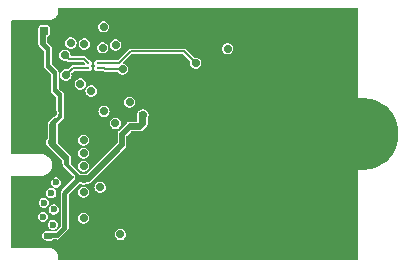
<source format=gbr>
G04 #@! TF.GenerationSoftware,KiCad,Pcbnew,7.0.2-1.fc38*
G04 #@! TF.CreationDate,2023-05-11T21:02:33-04:00*
G04 #@! TF.ProjectId,m2-sd-card,6d322d73-642d-4636-9172-642e6b696361,v0.5.0*
G04 #@! TF.SameCoordinates,PX71581d0PY6410748*
G04 #@! TF.FileFunction,Copper,L2,Inr*
G04 #@! TF.FilePolarity,Positive*
%FSLAX46Y46*%
G04 Gerber Fmt 4.6, Leading zero omitted, Abs format (unit mm)*
G04 Created by KiCad (PCBNEW 7.0.2-1.fc38) date 2023-05-11 21:02:33*
%MOMM*%
%LPD*%
G01*
G04 APERTURE LIST*
G04 #@! TA.AperFunction,ComponentPad*
%ADD10C,6.150000*%
G04 #@! TD*
G04 #@! TA.AperFunction,ViaPad*
%ADD11C,0.700000*%
G04 #@! TD*
G04 #@! TA.AperFunction,ViaPad*
%ADD12C,0.600000*%
G04 #@! TD*
G04 #@! TA.AperFunction,ViaPad*
%ADD13C,0.221000*%
G04 #@! TD*
G04 #@! TA.AperFunction,Conductor*
%ADD14C,0.203321*%
G04 #@! TD*
G04 APERTURE END LIST*
D10*
X30000000Y9925000D03*
D11*
X11478076Y11530967D03*
X3738533Y9224369D03*
D12*
X3380600Y1327027D03*
D11*
X6450000Y6100000D03*
X3070000Y18675000D03*
X6450000Y3900000D03*
X6450000Y10950000D03*
X4015172Y674666D03*
X15550000Y19025000D03*
D13*
X7250000Y15925000D03*
D11*
X3850000Y11725000D03*
X13850000Y16025000D03*
X12350000Y20125000D03*
X7173340Y19675131D03*
X10619000Y14230436D03*
X14550000Y19025000D03*
X13850000Y15025000D03*
X4950000Y20175270D03*
D13*
X7250000Y15525000D03*
D12*
X2991924Y13031807D03*
D11*
X4750000Y13925000D03*
X14550000Y20125000D03*
D13*
X6850000Y15925000D03*
D11*
X4868427Y16593365D03*
D12*
X3848486Y2240268D03*
D11*
X8150000Y19001817D03*
D12*
X3018866Y2927744D03*
D11*
X9750000Y15425000D03*
D13*
X7650000Y15525000D03*
D11*
X18650000Y17145000D03*
X9562817Y1430315D03*
D12*
X3916335Y3538267D03*
D11*
X6510859Y17544327D03*
X5372538Y17632817D03*
D12*
X3087158Y4108586D03*
D11*
X9163172Y17455814D03*
D12*
X3712216Y4921620D03*
X4130000Y5825000D03*
D11*
X8076503Y17225000D03*
X10350000Y12625000D03*
X6450000Y9400000D03*
X9150000Y10825000D03*
X6450000Y8300000D03*
X8183155Y11841617D03*
X6450000Y7200000D03*
D13*
X6850000Y15525000D03*
D11*
X6450000Y5000000D03*
X4950000Y14925000D03*
X7095728Y13560982D03*
X6450000Y2800000D03*
X7850000Y5425000D03*
X6169565Y14166662D03*
D13*
X7650000Y15925000D03*
D11*
X15950000Y15925000D03*
D14*
X6300000Y6100000D02*
X5000000Y7400000D01*
X5000000Y7400000D02*
X5000000Y7962902D01*
X2950000Y17625000D02*
X3450000Y17125000D01*
X11478076Y10753076D02*
X11478076Y11530967D01*
X3738533Y10713533D02*
X3738533Y9224369D01*
X4850000Y2025000D02*
X4850000Y4925000D01*
X2950000Y18475000D02*
X2950000Y17625000D01*
X3380600Y1327027D02*
X4152027Y1327027D01*
X9700000Y8975000D02*
X9700000Y9900000D01*
X4152027Y1327027D02*
X4850000Y2025000D01*
X4025000Y13688008D02*
X4450000Y13263008D01*
X6025000Y6100000D02*
X6450000Y6100000D01*
X6450000Y6100000D02*
X6825000Y6100000D01*
X4450000Y11425000D02*
X3738533Y10713533D01*
X4850000Y4925000D02*
X6025000Y6100000D01*
X3450000Y17125000D02*
X3450000Y15725000D01*
X3450000Y15725000D02*
X4025000Y15150000D01*
X9700000Y9900000D02*
X10250000Y10450000D01*
X5000000Y7962902D02*
X3738533Y9224369D01*
X6450000Y6100000D02*
X6300000Y6100000D01*
X4025000Y15150000D02*
X4025000Y13688008D01*
X10250000Y10450000D02*
X11175000Y10450000D01*
X6825000Y6100000D02*
X9700000Y8975000D01*
X4450000Y13263008D02*
X4450000Y11425000D01*
X11175000Y10450000D02*
X11478076Y10753076D01*
X3150000Y18675000D02*
X2950000Y18475000D01*
X4868427Y16593365D02*
X5177086Y16284706D01*
X6490294Y16284706D02*
X6850000Y15925000D01*
X5177086Y16284706D02*
X6490294Y16284706D01*
X9750000Y15425000D02*
X8250000Y15425000D01*
X8250000Y15425000D02*
X8150000Y15525000D01*
X8150000Y15525000D02*
X7650000Y15525000D01*
X6850000Y15525000D02*
X5550000Y15525000D01*
X5550000Y15525000D02*
X4950000Y14925000D01*
X9431651Y15925000D02*
X7650000Y15925000D01*
X14950000Y16925000D02*
X15950000Y15925000D01*
X13350000Y16925000D02*
X14950000Y16925000D01*
X10431651Y16925000D02*
X9431651Y15925000D01*
X13350000Y16925000D02*
X10431651Y16925000D01*
G04 #@! TA.AperFunction,Conductor*
G36*
X29681194Y20606194D02*
G01*
X29699500Y20562000D01*
X29699500Y-712000D01*
X29681194Y-756194D01*
X29637000Y-774500D01*
X4363000Y-774500D01*
X4318806Y-756194D01*
X4300500Y-712000D01*
X4300500Y-472156D01*
X4300500Y-421158D01*
X4269737Y-266503D01*
X4209394Y-120821D01*
X4121789Y10289D01*
X4010289Y121789D01*
X3879179Y209394D01*
X3733497Y269737D01*
X3733495Y269738D01*
X3578843Y300500D01*
X3578842Y300500D01*
X3556173Y300500D01*
X363000Y300500D01*
X318806Y318806D01*
X300500Y363000D01*
X300500Y2240269D01*
X3416589Y2240269D01*
X3434085Y2118589D01*
X3485151Y2006768D01*
X3565654Y1913863D01*
X3669070Y1847402D01*
X3787020Y1812768D01*
X3787021Y1812768D01*
X3909952Y1812768D01*
X3968926Y1830085D01*
X4027902Y1847402D01*
X4131318Y1913863D01*
X4211820Y2006767D01*
X4262887Y2118589D01*
X4280382Y2240268D01*
X4262887Y2361947D01*
X4211820Y2473769D01*
X4131318Y2566673D01*
X4131317Y2566674D01*
X4027901Y2633135D01*
X3909952Y2667768D01*
X3909951Y2667768D01*
X3787021Y2667768D01*
X3787020Y2667768D01*
X3669070Y2633135D01*
X3565654Y2566674D01*
X3485151Y2473769D01*
X3434085Y2361948D01*
X3416589Y2240269D01*
X300500Y2240269D01*
X300500Y2927745D01*
X2586969Y2927745D01*
X2604465Y2806065D01*
X2655531Y2694244D01*
X2736034Y2601339D01*
X2839450Y2534878D01*
X2957400Y2500244D01*
X2957401Y2500244D01*
X3080332Y2500244D01*
X3139306Y2517561D01*
X3198282Y2534878D01*
X3301698Y2601339D01*
X3382200Y2694243D01*
X3433267Y2806065D01*
X3450762Y2927744D01*
X3433267Y3049423D01*
X3382200Y3161245D01*
X3301698Y3254149D01*
X3301697Y3254150D01*
X3198281Y3320611D01*
X3080332Y3355244D01*
X3080331Y3355244D01*
X2957401Y3355244D01*
X2957400Y3355244D01*
X2839450Y3320611D01*
X2736034Y3254150D01*
X2655531Y3161245D01*
X2604465Y3049424D01*
X2586969Y2927745D01*
X300500Y2927745D01*
X300500Y3538268D01*
X3484438Y3538268D01*
X3501934Y3416588D01*
X3553000Y3304767D01*
X3633503Y3211862D01*
X3736919Y3145401D01*
X3854869Y3110767D01*
X3854870Y3110767D01*
X3977801Y3110767D01*
X4036775Y3128084D01*
X4095751Y3145401D01*
X4199167Y3211862D01*
X4279669Y3304766D01*
X4330736Y3416588D01*
X4348231Y3538267D01*
X4330736Y3659946D01*
X4279669Y3771768D01*
X4199167Y3864672D01*
X4199166Y3864673D01*
X4095750Y3931134D01*
X3977801Y3965767D01*
X3977800Y3965767D01*
X3854870Y3965767D01*
X3854869Y3965767D01*
X3736919Y3931134D01*
X3633503Y3864673D01*
X3553000Y3771768D01*
X3501934Y3659947D01*
X3484438Y3538268D01*
X300500Y3538268D01*
X300500Y4108586D01*
X2655261Y4108586D01*
X2672757Y3986907D01*
X2723823Y3875086D01*
X2804326Y3782181D01*
X2907742Y3715720D01*
X3025692Y3681086D01*
X3025693Y3681086D01*
X3148624Y3681086D01*
X3207598Y3698403D01*
X3266574Y3715720D01*
X3369990Y3782181D01*
X3450492Y3875085D01*
X3501559Y3986907D01*
X3519054Y4108586D01*
X3501559Y4230265D01*
X3450492Y4342087D01*
X3369990Y4434991D01*
X3369989Y4434992D01*
X3266573Y4501453D01*
X3148624Y4536086D01*
X3148623Y4536086D01*
X3025693Y4536086D01*
X3025692Y4536086D01*
X2907742Y4501453D01*
X2804326Y4434992D01*
X2723823Y4342087D01*
X2672757Y4230266D01*
X2655261Y4108586D01*
X300500Y4108586D01*
X300500Y4921620D01*
X3280319Y4921620D01*
X3297815Y4799941D01*
X3348881Y4688120D01*
X3429384Y4595215D01*
X3532800Y4528754D01*
X3650750Y4494120D01*
X3650751Y4494120D01*
X3773682Y4494120D01*
X3832656Y4511437D01*
X3891632Y4528754D01*
X3995048Y4595215D01*
X4075550Y4688119D01*
X4126617Y4799941D01*
X4144112Y4921620D01*
X4126617Y5043299D01*
X4075550Y5155121D01*
X3995048Y5248025D01*
X3995047Y5248026D01*
X3891631Y5314487D01*
X3773682Y5349120D01*
X3773681Y5349120D01*
X3650751Y5349120D01*
X3650750Y5349120D01*
X3532800Y5314487D01*
X3429384Y5248026D01*
X3348881Y5155121D01*
X3297815Y5043300D01*
X3280319Y4921620D01*
X300500Y4921620D01*
X300500Y5825001D01*
X3698103Y5825001D01*
X3715599Y5703321D01*
X3766665Y5591500D01*
X3847168Y5498595D01*
X3950584Y5432134D01*
X4068534Y5397500D01*
X4068535Y5397500D01*
X4191466Y5397500D01*
X4285120Y5425000D01*
X4309416Y5432134D01*
X4412832Y5498595D01*
X4493334Y5591499D01*
X4544401Y5703321D01*
X4561896Y5825000D01*
X4544401Y5946679D01*
X4493334Y6058501D01*
X4412832Y6151405D01*
X4412831Y6151406D01*
X4309415Y6217867D01*
X4191466Y6252500D01*
X4191465Y6252500D01*
X4068535Y6252500D01*
X4068534Y6252500D01*
X3950584Y6217867D01*
X3847168Y6151406D01*
X3766665Y6058501D01*
X3715599Y5946680D01*
X3698103Y5825001D01*
X300500Y5825001D01*
X300500Y6337000D01*
X318806Y6381194D01*
X363000Y6399500D01*
X2988692Y6399500D01*
X3032184Y6408152D01*
X3162666Y6434106D01*
X3326547Y6501987D01*
X3474035Y6600536D01*
X3599464Y6725965D01*
X3698013Y6873453D01*
X3765894Y7037334D01*
X3800500Y7211309D01*
X3800500Y7388691D01*
X3795988Y7411372D01*
X3765894Y7562664D01*
X3765894Y7562666D01*
X3698013Y7726547D01*
X3599464Y7874035D01*
X3474035Y7999464D01*
X3326547Y8098013D01*
X3162666Y8165894D01*
X3162664Y8165895D01*
X3162663Y8165895D01*
X2988692Y8200500D01*
X2988691Y8200500D01*
X2956173Y8200500D01*
X363000Y8200500D01*
X318806Y8218806D01*
X300500Y8263000D01*
X300500Y18675000D01*
X2587589Y18675000D01*
X2607131Y18539089D01*
X2611852Y18528752D01*
X2617499Y18502788D01*
X2617500Y17576362D01*
X2617543Y17575555D01*
X2617544Y17575527D01*
X2618214Y17563029D01*
X2618259Y17562197D01*
X2618343Y17561411D01*
X2618346Y17561380D01*
X2621093Y17535838D01*
X2636541Y17486504D01*
X2664378Y17435524D01*
X2670027Y17425180D01*
X2692627Y17394989D01*
X2692629Y17394987D01*
X3099194Y16988422D01*
X3117500Y16944228D01*
X3117500Y15676362D01*
X3117543Y15675555D01*
X3117544Y15675527D01*
X3118152Y15664189D01*
X3118259Y15662197D01*
X3118343Y15661411D01*
X3118346Y15661380D01*
X3121093Y15635838D01*
X3136541Y15586504D01*
X3136542Y15586503D01*
X3170027Y15525180D01*
X3192627Y15494989D01*
X3192629Y15494987D01*
X3699194Y14988422D01*
X3717500Y14944229D01*
X3717500Y13576362D01*
X3717543Y13575555D01*
X3717544Y13575527D01*
X3718214Y13563029D01*
X3718259Y13562197D01*
X3718343Y13561411D01*
X3718346Y13561380D01*
X3721093Y13535838D01*
X3736541Y13486504D01*
X3764378Y13435524D01*
X3770027Y13425180D01*
X3792627Y13394989D01*
X3792629Y13394987D01*
X4099194Y13088422D01*
X4117500Y13044228D01*
X4117500Y12025550D01*
X4117676Y12023912D01*
X4117677Y12023896D01*
X4120348Y11999052D01*
X4120350Y11999040D01*
X4120528Y11997384D01*
X4120881Y11995762D01*
X4120883Y11995749D01*
X4126532Y11969784D01*
X4131734Y11945872D01*
X4140680Y11918996D01*
X4141377Y11917470D01*
X4180695Y11831374D01*
X4185707Y11814306D01*
X4197268Y11733896D01*
X4197268Y11716107D01*
X4185708Y11635700D01*
X4180696Y11618630D01*
X4146948Y11544734D01*
X4137330Y11529769D01*
X4084132Y11468376D01*
X4070688Y11456727D01*
X4001920Y11412532D01*
X3989567Y11406417D01*
X3987924Y11405934D01*
X3986143Y11405159D01*
X3986138Y11405157D01*
X3959431Y11393533D01*
X3959417Y11393527D01*
X3957639Y11392752D01*
X3955962Y11391758D01*
X3955956Y11391754D01*
X3906566Y11362450D01*
X3906559Y11362446D01*
X3904895Y11361458D01*
X3903367Y11360272D01*
X3903358Y11360265D01*
X3880357Y11342398D01*
X3880350Y11342393D01*
X3878813Y11341198D01*
X3877437Y11339823D01*
X3877429Y11339815D01*
X3493210Y10955596D01*
X3493191Y10955577D01*
X3492622Y10955007D01*
X3492084Y10954409D01*
X3492065Y10954388D01*
X3483714Y10945090D01*
X3483697Y10945071D01*
X3483141Y10944451D01*
X3482624Y10943811D01*
X3482610Y10943793D01*
X3466511Y10923814D01*
X3442551Y10878009D01*
X3422866Y10810971D01*
X3417499Y10773639D01*
X3417499Y9606351D01*
X3402233Y9565422D01*
X3332703Y9485181D01*
X3275664Y9360281D01*
X3256122Y9224369D01*
X3275664Y9088458D01*
X3332703Y8963558D01*
X3422621Y8859788D01*
X3454565Y8839259D01*
X3470809Y8824135D01*
X3492625Y8794991D01*
X4649194Y7638422D01*
X4667500Y7594228D01*
X4667500Y7426354D01*
X4667543Y7425547D01*
X4667544Y7425519D01*
X4668214Y7413021D01*
X4668259Y7412189D01*
X4668343Y7411403D01*
X4668346Y7411372D01*
X4671092Y7385839D01*
X4686540Y7336505D01*
X4706474Y7300000D01*
X4720026Y7275181D01*
X4742626Y7244990D01*
X4742627Y7244988D01*
X4742628Y7244988D01*
X5599193Y6388423D01*
X5617499Y6344229D01*
X5617499Y6205774D01*
X5599193Y6161580D01*
X4593215Y5155601D01*
X4593196Y5155582D01*
X4592627Y5155012D01*
X4592089Y5154414D01*
X4592070Y5154393D01*
X4583716Y5145092D01*
X4583693Y5145067D01*
X4583146Y5144456D01*
X4582623Y5143808D01*
X4582623Y5143807D01*
X4566512Y5123814D01*
X4544493Y5081719D01*
X4542553Y5078008D01*
X4522868Y5010970D01*
X4521291Y5000001D01*
X4517500Y4973637D01*
X4517500Y2105773D01*
X4499194Y2061579D01*
X4138422Y1700806D01*
X4094228Y1682500D01*
X3636552Y1682500D01*
X3602762Y1692422D01*
X3560015Y1719894D01*
X3442066Y1754527D01*
X3442065Y1754527D01*
X3319135Y1754527D01*
X3319134Y1754527D01*
X3201184Y1719894D01*
X3097768Y1653433D01*
X3017265Y1560528D01*
X2966199Y1448707D01*
X2948703Y1327027D01*
X2966199Y1205348D01*
X3017265Y1093527D01*
X3097768Y1000622D01*
X3201184Y934161D01*
X3319134Y899527D01*
X3319135Y899527D01*
X3322028Y899527D01*
X3332180Y898067D01*
X3332243Y898503D01*
X3374000Y892500D01*
X3640684Y892500D01*
X3678015Y897867D01*
X3745054Y917552D01*
X3779359Y933220D01*
X3863460Y987272D01*
X3877275Y993916D01*
X3877516Y993998D01*
X3877967Y994143D01*
X3878383Y994290D01*
X3878781Y994424D01*
X3888870Y997989D01*
X3889969Y998377D01*
X3897460Y1000504D01*
X3908436Y1002890D01*
X3956946Y1017134D01*
X3974555Y1019666D01*
X4055789Y1019666D01*
X4073397Y1017134D01*
X4121908Y1002890D01*
X4140381Y998872D01*
X4175316Y993849D01*
X4194173Y992500D01*
X4195278Y992500D01*
X4197811Y992500D01*
X4198638Y992500D01*
X4212803Y993259D01*
X4239161Y996093D01*
X4288497Y1011542D01*
X4349820Y1045027D01*
X4380011Y1067627D01*
X4742699Y1430315D01*
X9080406Y1430315D01*
X9099948Y1294404D01*
X9156987Y1169504D01*
X9246906Y1065734D01*
X9362416Y991499D01*
X9494162Y952815D01*
X9494163Y952815D01*
X9631472Y952815D01*
X9763217Y991499D01*
X9765956Y993259D01*
X9878728Y1065734D01*
X9968646Y1169504D01*
X10025686Y1294404D01*
X10045227Y1430315D01*
X10025686Y1566226D01*
X9985860Y1653433D01*
X9968646Y1691127D01*
X9878727Y1794897D01*
X9763217Y1869132D01*
X9631472Y1907815D01*
X9631471Y1907815D01*
X9494163Y1907815D01*
X9494162Y1907815D01*
X9362416Y1869132D01*
X9246906Y1794897D01*
X9156987Y1691127D01*
X9099948Y1566227D01*
X9080406Y1430315D01*
X4742699Y1430315D01*
X5107373Y1794989D01*
X5116852Y1805542D01*
X5133486Y1826184D01*
X5157448Y1871992D01*
X5177133Y1939031D01*
X5182500Y1976362D01*
X5182500Y2800000D01*
X5967589Y2800000D01*
X5987131Y2664089D01*
X6044170Y2539189D01*
X6134089Y2435419D01*
X6249599Y2361184D01*
X6381345Y2322500D01*
X6381346Y2322500D01*
X6518655Y2322500D01*
X6650400Y2361184D01*
X6651589Y2361948D01*
X6765911Y2435419D01*
X6855829Y2539189D01*
X6912869Y2664089D01*
X6932410Y2800000D01*
X6912869Y2935911D01*
X6861030Y3049423D01*
X6855829Y3060812D01*
X6765910Y3164582D01*
X6650400Y3238817D01*
X6518655Y3277500D01*
X6518654Y3277500D01*
X6381346Y3277500D01*
X6381345Y3277500D01*
X6249599Y3238817D01*
X6134089Y3164582D01*
X6044170Y3060812D01*
X5987131Y2935912D01*
X5967589Y2800000D01*
X5182500Y2800000D01*
X5182500Y4744229D01*
X5200806Y4788423D01*
X5412384Y5000001D01*
X5967589Y5000001D01*
X5987131Y4864089D01*
X6044170Y4739189D01*
X6134089Y4635419D01*
X6249599Y4561184D01*
X6381345Y4522500D01*
X6381346Y4522500D01*
X6518655Y4522500D01*
X6650400Y4561184D01*
X6650400Y4561185D01*
X6765911Y4635419D01*
X6855829Y4739189D01*
X6912869Y4864089D01*
X6932410Y5000000D01*
X6912869Y5135911D01*
X6881877Y5203772D01*
X6855829Y5260812D01*
X6765910Y5364582D01*
X6671899Y5425000D01*
X7367589Y5425000D01*
X7387131Y5289089D01*
X7444170Y5164189D01*
X7534089Y5060419D01*
X7649599Y4986184D01*
X7781345Y4947500D01*
X7781346Y4947500D01*
X7918655Y4947500D01*
X8050400Y4986184D01*
X8071898Y5000000D01*
X8165911Y5060419D01*
X8255829Y5164189D01*
X8312869Y5289089D01*
X8332410Y5425000D01*
X8312869Y5560911D01*
X8281877Y5628773D01*
X8255829Y5685812D01*
X8165910Y5789582D01*
X8050400Y5863817D01*
X7918655Y5902500D01*
X7918654Y5902500D01*
X7781346Y5902500D01*
X7781345Y5902500D01*
X7649599Y5863817D01*
X7534089Y5789582D01*
X7444170Y5685812D01*
X7387131Y5560912D01*
X7367589Y5425000D01*
X6671899Y5425000D01*
X6650400Y5438817D01*
X6518655Y5477500D01*
X6518654Y5477500D01*
X6381346Y5477500D01*
X6381345Y5477500D01*
X6249599Y5438817D01*
X6134089Y5364582D01*
X6044170Y5260812D01*
X5987131Y5135912D01*
X5967589Y5000001D01*
X5412384Y5000001D01*
X6086577Y5674194D01*
X6130771Y5692500D01*
X6182520Y5692500D01*
X6216311Y5682578D01*
X6249601Y5661183D01*
X6381345Y5622500D01*
X6381346Y5622500D01*
X6518655Y5622500D01*
X6650398Y5661183D01*
X6670644Y5674194D01*
X6683689Y5682579D01*
X6717480Y5692500D01*
X6797484Y5692500D01*
X6798346Y5692500D01*
X6812776Y5693288D01*
X6839620Y5696229D01*
X6889156Y5711904D01*
X6950345Y5745635D01*
X6980446Y5768357D01*
X10008100Y8820428D01*
X10017372Y8830813D01*
X10033654Y8851102D01*
X10057448Y8896701D01*
X10077133Y8963740D01*
X10082500Y9001071D01*
X10082500Y9744231D01*
X10100806Y9788424D01*
X10436577Y10124194D01*
X10480771Y10142500D01*
X11247811Y10142500D01*
X11248638Y10142500D01*
X11262803Y10143259D01*
X11289161Y10146093D01*
X11338497Y10161542D01*
X11399820Y10195027D01*
X11430011Y10217627D01*
X11807373Y10594990D01*
X11816852Y10605543D01*
X11833486Y10626185D01*
X11857448Y10671993D01*
X11877133Y10739032D01*
X11882500Y10776363D01*
X11882500Y11253484D01*
X11888147Y11279446D01*
X11940945Y11395056D01*
X11960486Y11530967D01*
X11940945Y11666878D01*
X11883905Y11791778D01*
X11883905Y11791779D01*
X11793986Y11895549D01*
X11678476Y11969784D01*
X11546731Y12008467D01*
X11546730Y12008467D01*
X11409422Y12008467D01*
X11409421Y12008467D01*
X11277676Y11969784D01*
X11267309Y11963122D01*
X11243717Y11954070D01*
X11245834Y11954472D01*
X11194322Y11943266D01*
X11135718Y11913930D01*
X11082915Y11868176D01*
X11042552Y11805371D01*
X11022866Y11738332D01*
X11017500Y11701000D01*
X11017500Y11685495D01*
X11015419Y11675926D01*
X11016486Y11675772D01*
X10995665Y11530967D01*
X11016486Y11386159D01*
X11015417Y11386006D01*
X11017500Y11376437D01*
X11017500Y11020000D01*
X10999194Y10975806D01*
X10955000Y10957500D01*
X10301362Y10957500D01*
X10300555Y10957457D01*
X10300526Y10957456D01*
X10288028Y10956786D01*
X10288010Y10956785D01*
X10287197Y10956741D01*
X10286413Y10956657D01*
X10286379Y10956654D01*
X10260837Y10953907D01*
X10211506Y10938460D01*
X10150185Y10904977D01*
X10119983Y10882370D01*
X9418210Y10180596D01*
X9418191Y10180577D01*
X9417622Y10180007D01*
X9417084Y10179409D01*
X9417065Y10179388D01*
X9408714Y10170090D01*
X9408697Y10170071D01*
X9408141Y10169451D01*
X9407624Y10168811D01*
X9407610Y10168793D01*
X9391511Y10148814D01*
X9367551Y10103009D01*
X9347866Y10035971D01*
X9342499Y9998639D01*
X9342499Y9230773D01*
X9324193Y9186579D01*
X6713422Y6575806D01*
X6669228Y6557500D01*
X6595753Y6557500D01*
X6578145Y6560032D01*
X6518655Y6577500D01*
X6518654Y6577500D01*
X6381346Y6577500D01*
X6381345Y6577500D01*
X6321855Y6560032D01*
X6304247Y6557500D01*
X6255772Y6557500D01*
X6211578Y6575806D01*
X5587385Y7200000D01*
X5967589Y7200000D01*
X5987131Y7064089D01*
X6044170Y6939189D01*
X6134089Y6835419D01*
X6249599Y6761184D01*
X6381345Y6722500D01*
X6381346Y6722500D01*
X6518655Y6722500D01*
X6650400Y6761184D01*
X6703953Y6795601D01*
X6765911Y6835419D01*
X6855829Y6939189D01*
X6912869Y7064089D01*
X6932410Y7200000D01*
X6912869Y7335911D01*
X6877654Y7413021D01*
X6855829Y7460812D01*
X6765910Y7564582D01*
X6650400Y7638817D01*
X6518655Y7677500D01*
X6518654Y7677500D01*
X6381346Y7677500D01*
X6381345Y7677500D01*
X6249599Y7638817D01*
X6134089Y7564582D01*
X6044170Y7460812D01*
X5987131Y7335912D01*
X5967589Y7200000D01*
X5587385Y7200000D01*
X5375806Y7411579D01*
X5357500Y7455773D01*
X5357500Y7997812D01*
X5357500Y7998639D01*
X5356741Y8012804D01*
X5353907Y8039162D01*
X5338458Y8088498D01*
X5304974Y8149819D01*
X5282374Y8180010D01*
X5162383Y8300001D01*
X5967589Y8300001D01*
X5987131Y8164089D01*
X6044170Y8039189D01*
X6134089Y7935419D01*
X6249599Y7861184D01*
X6381345Y7822500D01*
X6381346Y7822500D01*
X6518655Y7822500D01*
X6650400Y7861184D01*
X6650399Y7861185D01*
X6765911Y7935419D01*
X6855829Y8039189D01*
X6912869Y8164089D01*
X6932410Y8300000D01*
X6912869Y8435911D01*
X6855829Y8560811D01*
X6855829Y8560812D01*
X6765910Y8664582D01*
X6650400Y8738817D01*
X6518655Y8777500D01*
X6518654Y8777500D01*
X6381346Y8777500D01*
X6381345Y8777500D01*
X6249599Y8738817D01*
X6134089Y8664582D01*
X6044170Y8560812D01*
X5987131Y8435912D01*
X5967589Y8300001D01*
X5162383Y8300001D01*
X4300804Y9161580D01*
X4282499Y9205773D01*
X4282499Y9400001D01*
X5967589Y9400001D01*
X5987131Y9264089D01*
X6044170Y9139189D01*
X6134089Y9035419D01*
X6249599Y8961184D01*
X6381345Y8922500D01*
X6381346Y8922500D01*
X6518655Y8922500D01*
X6650400Y8961184D01*
X6654377Y8963740D01*
X6765911Y9035419D01*
X6855829Y9139189D01*
X6912869Y9264089D01*
X6932410Y9400000D01*
X6912869Y9535911D01*
X6855829Y9660811D01*
X6855829Y9660812D01*
X6765910Y9764582D01*
X6650400Y9838817D01*
X6518655Y9877500D01*
X6518654Y9877500D01*
X6381346Y9877500D01*
X6381345Y9877500D01*
X6249599Y9838817D01*
X6134089Y9764582D01*
X6044170Y9660812D01*
X5987131Y9535912D01*
X5967589Y9400001D01*
X4282499Y9400001D01*
X4282499Y9877500D01*
X4282499Y10744232D01*
X4300803Y10788422D01*
X4337382Y10825001D01*
X8667589Y10825001D01*
X8687131Y10689089D01*
X8744170Y10564189D01*
X8834089Y10460419D01*
X8949599Y10386184D01*
X9081345Y10347500D01*
X9081346Y10347500D01*
X9218655Y10347500D01*
X9350400Y10386184D01*
X9465911Y10460419D01*
X9555829Y10564189D01*
X9612869Y10689089D01*
X9632410Y10825000D01*
X9612869Y10960911D01*
X9555829Y11085811D01*
X9555829Y11085812D01*
X9465910Y11189582D01*
X9350400Y11263817D01*
X9218655Y11302500D01*
X9218654Y11302500D01*
X9081346Y11302500D01*
X9081345Y11302500D01*
X8949599Y11263817D01*
X8834089Y11189582D01*
X8744170Y11085812D01*
X8687131Y10960912D01*
X8667589Y10825001D01*
X4337382Y10825001D01*
X4707373Y11194990D01*
X4716852Y11205543D01*
X4733486Y11226185D01*
X4757448Y11271993D01*
X4777133Y11339032D01*
X4782500Y11376363D01*
X4782500Y11841618D01*
X7700744Y11841618D01*
X7720286Y11705706D01*
X7777325Y11580806D01*
X7867244Y11477036D01*
X7982754Y11402801D01*
X8114500Y11364117D01*
X8114501Y11364117D01*
X8251810Y11364117D01*
X8383555Y11402801D01*
X8391568Y11407951D01*
X8499066Y11477036D01*
X8588984Y11580806D01*
X8646024Y11705706D01*
X8665565Y11841617D01*
X8646024Y11977528D01*
X8588984Y12102428D01*
X8588984Y12102429D01*
X8499065Y12206199D01*
X8383555Y12280434D01*
X8251810Y12319117D01*
X8251809Y12319117D01*
X8114501Y12319117D01*
X8114500Y12319117D01*
X7982754Y12280434D01*
X7867244Y12206199D01*
X7777325Y12102429D01*
X7720286Y11977529D01*
X7700744Y11841618D01*
X4782500Y11841618D01*
X4782500Y12625000D01*
X9867589Y12625000D01*
X9887131Y12489089D01*
X9944170Y12364189D01*
X10034089Y12260419D01*
X10149599Y12186184D01*
X10281345Y12147500D01*
X10281346Y12147500D01*
X10418655Y12147500D01*
X10550400Y12186184D01*
X10581542Y12206198D01*
X10665911Y12260419D01*
X10755829Y12364189D01*
X10812869Y12489089D01*
X10832410Y12625000D01*
X10812869Y12760911D01*
X10755829Y12885811D01*
X10755829Y12885812D01*
X10665910Y12989582D01*
X10550400Y13063817D01*
X10418655Y13102500D01*
X10418654Y13102500D01*
X10281346Y13102500D01*
X10281345Y13102500D01*
X10149599Y13063817D01*
X10034089Y12989582D01*
X9944170Y12885812D01*
X9887131Y12760912D01*
X9867589Y12625000D01*
X4782500Y12625000D01*
X4782500Y13269316D01*
X4781268Y13287344D01*
X4776677Y13320772D01*
X4757772Y13372964D01*
X4720744Y13432215D01*
X4696409Y13461027D01*
X4583960Y13560982D01*
X6613317Y13560982D01*
X6632859Y13425071D01*
X6689898Y13300171D01*
X6779817Y13196401D01*
X6895327Y13122166D01*
X7027073Y13083482D01*
X7027074Y13083482D01*
X7164383Y13083482D01*
X7296128Y13122166D01*
X7296127Y13122166D01*
X7411639Y13196401D01*
X7501557Y13300171D01*
X7558597Y13425071D01*
X7578138Y13560982D01*
X7558597Y13696893D01*
X7507446Y13808899D01*
X7501557Y13821794D01*
X7411638Y13925564D01*
X7296128Y13999799D01*
X7164383Y14038482D01*
X7164382Y14038482D01*
X7027074Y14038482D01*
X7027073Y14038482D01*
X6895327Y13999799D01*
X6779817Y13925564D01*
X6689898Y13821794D01*
X6632859Y13696894D01*
X6613317Y13560982D01*
X4583960Y13560982D01*
X4565726Y13577190D01*
X4353477Y13765856D01*
X4332608Y13808899D01*
X4332500Y13812569D01*
X4332500Y14166662D01*
X5687154Y14166662D01*
X5706696Y14030751D01*
X5763735Y13905851D01*
X5853654Y13802081D01*
X5969164Y13727846D01*
X6100910Y13689162D01*
X6100911Y13689162D01*
X6238220Y13689162D01*
X6369965Y13727846D01*
X6429109Y13765856D01*
X6485476Y13802081D01*
X6575394Y13905851D01*
X6632434Y14030751D01*
X6651975Y14166662D01*
X6632434Y14302573D01*
X6575394Y14427473D01*
X6575394Y14427474D01*
X6485475Y14531244D01*
X6369965Y14605479D01*
X6238220Y14644162D01*
X6238219Y14644162D01*
X6100911Y14644162D01*
X6100910Y14644162D01*
X5969164Y14605479D01*
X5853654Y14531244D01*
X5763735Y14427474D01*
X5706696Y14302574D01*
X5687154Y14166662D01*
X4332500Y14166662D01*
X4332500Y15176084D01*
X4332500Y15176766D01*
X4332018Y15188063D01*
X4330215Y15209133D01*
X4317138Y15256225D01*
X4286348Y15318945D01*
X4265080Y15350090D01*
X3798926Y15858622D01*
X3782500Y15900851D01*
X3782500Y16593366D01*
X4386016Y16593366D01*
X4405558Y16457454D01*
X4462597Y16332554D01*
X4552516Y16228784D01*
X4668026Y16154549D01*
X4799772Y16115865D01*
X4799773Y16115865D01*
X4937079Y16115865D01*
X4937081Y16115865D01*
X4965513Y16124214D01*
X5013073Y16119102D01*
X5029567Y16106067D01*
X5039379Y16095169D01*
X5062915Y16084690D01*
X5071532Y16080011D01*
X5093128Y16065987D01*
X5103319Y16064373D01*
X5118955Y16059741D01*
X5128376Y16055546D01*
X5154132Y16055546D01*
X5163908Y16054777D01*
X5189347Y16050747D01*
X5199311Y16053416D01*
X5215487Y16055546D01*
X6369485Y16055546D01*
X6413679Y16037240D01*
X6547929Y15902990D01*
X6565285Y15869649D01*
X6572715Y15827513D01*
X6562362Y15780812D01*
X6522018Y15755110D01*
X6511165Y15754160D01*
X5557643Y15754160D01*
X5554371Y15754246D01*
X5513349Y15756397D01*
X5489299Y15747165D01*
X5479899Y15744380D01*
X5454709Y15739025D01*
X5446365Y15732963D01*
X5432035Y15725183D01*
X5422403Y15721485D01*
X5404187Y15703270D01*
X5396733Y15696904D01*
X5375895Y15681764D01*
X5370737Y15672830D01*
X5360807Y15659891D01*
X5110399Y15409483D01*
X5066205Y15391177D01*
X5048598Y15393708D01*
X5041839Y15395693D01*
X5018654Y15402500D01*
X4881346Y15402500D01*
X4881345Y15402500D01*
X4749599Y15363817D01*
X4634089Y15289582D01*
X4544170Y15185812D01*
X4487131Y15060912D01*
X4467589Y14925000D01*
X4487131Y14789089D01*
X4544170Y14664189D01*
X4634089Y14560419D01*
X4749599Y14486184D01*
X4881345Y14447500D01*
X4881346Y14447500D01*
X5018655Y14447500D01*
X5150400Y14486184D01*
X5265911Y14560419D01*
X5355829Y14664189D01*
X5412869Y14789089D01*
X5432410Y14925000D01*
X5416959Y15032462D01*
X5428789Y15078810D01*
X5434621Y15085541D01*
X5626615Y15277534D01*
X5670810Y15295840D01*
X6649194Y15295840D01*
X6689369Y15281217D01*
X6702762Y15269978D01*
X6713706Y15265995D01*
X6798865Y15235000D01*
X6798866Y15235000D01*
X6901134Y15235000D01*
X6901135Y15235000D01*
X6997237Y15269978D01*
X7075580Y15335716D01*
X7126715Y15424284D01*
X7144474Y15525000D01*
X7355526Y15525000D01*
X7373285Y15424282D01*
X7424418Y15335719D01*
X7424420Y15335716D01*
X7502763Y15269978D01*
X7598865Y15235000D01*
X7598866Y15235000D01*
X7701134Y15235000D01*
X7701135Y15235000D01*
X7797237Y15269978D01*
X7810631Y15281218D01*
X7850806Y15295840D01*
X8029191Y15295840D01*
X8073385Y15277534D01*
X8082550Y15268369D01*
X8084803Y15265995D01*
X8112294Y15235463D01*
X8135827Y15224987D01*
X8144445Y15220307D01*
X8166041Y15206282D01*
X8176227Y15204669D01*
X8191861Y15200038D01*
X8201290Y15195840D01*
X8227047Y15195840D01*
X8236824Y15195071D01*
X8245411Y15193710D01*
X8262260Y15191041D01*
X8262260Y15191042D01*
X8262261Y15191041D01*
X8272223Y15193711D01*
X8288398Y15195840D01*
X9289550Y15195840D01*
X9333744Y15177534D01*
X9338328Y15170931D01*
X9434089Y15060419D01*
X9549599Y14986184D01*
X9681345Y14947500D01*
X9681346Y14947500D01*
X9818655Y14947500D01*
X9950400Y14986184D01*
X10022406Y15032460D01*
X10065911Y15060419D01*
X10155829Y15164189D01*
X10212869Y15289089D01*
X10232410Y15425000D01*
X10212869Y15560911D01*
X10178651Y15635838D01*
X10155829Y15685812D01*
X10065910Y15789582D01*
X9950400Y15863817D01*
X9853692Y15892213D01*
X9816445Y15922228D01*
X9811332Y15969789D01*
X9827104Y15996373D01*
X10508266Y16677534D01*
X10552460Y16695840D01*
X13301290Y16695840D01*
X14829191Y16695840D01*
X14873385Y16677534D01*
X15465370Y16085549D01*
X15483676Y16041355D01*
X15483040Y16032460D01*
X15467589Y15925001D01*
X15487131Y15789089D01*
X15544170Y15664189D01*
X15634089Y15560419D01*
X15749599Y15486184D01*
X15881345Y15447500D01*
X15881346Y15447500D01*
X16018655Y15447500D01*
X16150400Y15486184D01*
X16211078Y15525180D01*
X16265911Y15560419D01*
X16355829Y15664189D01*
X16412869Y15789089D01*
X16432410Y15925000D01*
X16412869Y16060911D01*
X16370106Y16154549D01*
X16355829Y16185812D01*
X16265910Y16289582D01*
X16150400Y16363817D01*
X16018655Y16402500D01*
X16018654Y16402500D01*
X15881346Y16402500D01*
X15881345Y16402500D01*
X15851399Y16393708D01*
X15803838Y16398823D01*
X15789599Y16409483D01*
X15117439Y17081642D01*
X15115185Y17084017D01*
X15110618Y17089089D01*
X15087706Y17114537D01*
X15087705Y17114538D01*
X15064170Y17125017D01*
X15055552Y17129696D01*
X15033957Y17143720D01*
X15025869Y17145001D01*
X18167589Y17145001D01*
X18187131Y17009089D01*
X18244170Y16884189D01*
X18334089Y16780419D01*
X18449599Y16706184D01*
X18581345Y16667500D01*
X18581346Y16667500D01*
X18718655Y16667500D01*
X18850400Y16706184D01*
X18850400Y16706185D01*
X18965911Y16780419D01*
X19055829Y16884189D01*
X19112869Y17009089D01*
X19132410Y17145000D01*
X19112869Y17280911D01*
X19071267Y17372006D01*
X19055829Y17405812D01*
X18965910Y17509582D01*
X18850400Y17583817D01*
X18718655Y17622500D01*
X18718654Y17622500D01*
X18581346Y17622500D01*
X18581345Y17622500D01*
X18449599Y17583817D01*
X18334089Y17509582D01*
X18244170Y17405812D01*
X18187131Y17280912D01*
X18167589Y17145001D01*
X15025869Y17145001D01*
X15023773Y17145333D01*
X15008135Y17149965D01*
X14998711Y17154160D01*
X14998710Y17154160D01*
X14972954Y17154160D01*
X14963177Y17154930D01*
X14960733Y17155317D01*
X14937738Y17158960D01*
X14927775Y17156290D01*
X14911599Y17154160D01*
X10439294Y17154160D01*
X10436022Y17154246D01*
X10395000Y17156397D01*
X10370948Y17147164D01*
X10361547Y17144379D01*
X10336360Y17139025D01*
X10328016Y17132963D01*
X10313687Y17125183D01*
X10304055Y17121485D01*
X10285842Y17103273D01*
X10278388Y17096907D01*
X10257546Y17081764D01*
X10252388Y17072830D01*
X10242458Y17059890D01*
X9355035Y16172466D01*
X9310841Y16154160D01*
X7850806Y16154160D01*
X7810631Y16168783D01*
X7797237Y16180023D01*
X7726778Y16205667D01*
X7701135Y16215000D01*
X7598865Y16215000D01*
X7563888Y16202270D01*
X7502764Y16180023D01*
X7502762Y16180022D01*
X7502763Y16180022D01*
X7426305Y16115865D01*
X7424418Y16114282D01*
X7373285Y16025719D01*
X7355526Y15925000D01*
X7373285Y15824284D01*
X7412564Y15756250D01*
X7418807Y15708823D01*
X7412564Y15693750D01*
X7373285Y15625717D01*
X7355526Y15525000D01*
X7144474Y15525000D01*
X7126715Y15625716D01*
X7087434Y15693752D01*
X7081190Y15741175D01*
X7087435Y15756250D01*
X7126715Y15824284D01*
X7144474Y15925000D01*
X7126715Y16025716D01*
X7126714Y16025718D01*
X7126714Y16025719D01*
X7075581Y16114282D01*
X7075580Y16114284D01*
X6997237Y16180022D01*
X6997235Y16180023D01*
X6941428Y16200335D01*
X6901135Y16215000D01*
X6901134Y16215000D01*
X6890779Y16218769D01*
X6892101Y16222402D01*
X6865775Y16233306D01*
X6766527Y16332554D01*
X6657734Y16441348D01*
X6655498Y16443703D01*
X6628000Y16474243D01*
X6627998Y16474244D01*
X6604463Y16484723D01*
X6595846Y16489402D01*
X6574251Y16503426D01*
X6564067Y16505039D01*
X6548429Y16509671D01*
X6539005Y16513866D01*
X6539004Y16513866D01*
X6513248Y16513866D01*
X6503471Y16514636D01*
X6501192Y16514997D01*
X6478032Y16518666D01*
X6468069Y16515996D01*
X6451893Y16513866D01*
X5411536Y16513866D01*
X5367342Y16532172D01*
X5349036Y16576366D01*
X5349672Y16585260D01*
X5350837Y16593365D01*
X5336103Y16695840D01*
X5331296Y16729276D01*
X5274256Y16854176D01*
X5274256Y16854177D01*
X5184337Y16957947D01*
X5068827Y17032182D01*
X4937082Y17070865D01*
X4937081Y17070865D01*
X4799773Y17070865D01*
X4799772Y17070865D01*
X4668026Y17032182D01*
X4552516Y16957947D01*
X4462597Y16854177D01*
X4405558Y16729277D01*
X4386016Y16593366D01*
X3782500Y16593366D01*
X3782500Y17173638D01*
X3781741Y17187803D01*
X3778907Y17214161D01*
X3763458Y17263497D01*
X3729973Y17324820D01*
X3707373Y17355011D01*
X3429567Y17632817D01*
X4890127Y17632817D01*
X4909669Y17496906D01*
X4966708Y17372006D01*
X5056627Y17268236D01*
X5172137Y17194001D01*
X5303883Y17155317D01*
X5303884Y17155317D01*
X5441193Y17155317D01*
X5572938Y17194001D01*
X5621173Y17225000D01*
X5688449Y17268236D01*
X5778367Y17372006D01*
X5835407Y17496906D01*
X5842225Y17544327D01*
X6028448Y17544327D01*
X6047990Y17408416D01*
X6105029Y17283516D01*
X6194948Y17179746D01*
X6310458Y17105511D01*
X6442204Y17066827D01*
X6442205Y17066827D01*
X6579514Y17066827D01*
X6711259Y17105511D01*
X6826770Y17179746D01*
X6865983Y17225000D01*
X7594092Y17225000D01*
X7613634Y17089089D01*
X7670673Y16964189D01*
X7760592Y16860419D01*
X7876102Y16786184D01*
X8007848Y16747500D01*
X8007849Y16747500D01*
X8145158Y16747500D01*
X8276903Y16786184D01*
X8392414Y16860419D01*
X8482332Y16964189D01*
X8539372Y17089089D01*
X8558913Y17225000D01*
X8539372Y17360911D01*
X8496031Y17455814D01*
X8680761Y17455814D01*
X8700303Y17319903D01*
X8757342Y17195003D01*
X8847261Y17091233D01*
X8962771Y17016998D01*
X9094517Y16978314D01*
X9094518Y16978314D01*
X9231827Y16978314D01*
X9363572Y17016998D01*
X9387197Y17032181D01*
X9479083Y17091233D01*
X9569001Y17195003D01*
X9626041Y17319903D01*
X9645582Y17455814D01*
X9626041Y17591725D01*
X9585780Y17679884D01*
X9569001Y17716626D01*
X9479082Y17820396D01*
X9363572Y17894631D01*
X9231827Y17933314D01*
X9231826Y17933314D01*
X9094518Y17933314D01*
X9094517Y17933314D01*
X8962771Y17894631D01*
X8847261Y17820396D01*
X8757342Y17716626D01*
X8700303Y17591726D01*
X8680761Y17455814D01*
X8496031Y17455814D01*
X8482332Y17485811D01*
X8482332Y17485812D01*
X8397409Y17583816D01*
X8392414Y17589581D01*
X8392413Y17589582D01*
X8276903Y17663817D01*
X8145158Y17702500D01*
X8145157Y17702500D01*
X8007849Y17702500D01*
X8007848Y17702500D01*
X7876102Y17663817D01*
X7760592Y17589582D01*
X7670673Y17485812D01*
X7613634Y17360912D01*
X7594092Y17225000D01*
X6865983Y17225000D01*
X6916688Y17283516D01*
X6973728Y17408416D01*
X6993269Y17544327D01*
X6973728Y17680238D01*
X6933316Y17768728D01*
X6916688Y17805139D01*
X6826769Y17908909D01*
X6711259Y17983144D01*
X6579514Y18021827D01*
X6579513Y18021827D01*
X6442205Y18021827D01*
X6442204Y18021827D01*
X6310458Y17983144D01*
X6194948Y17908909D01*
X6105029Y17805139D01*
X6047990Y17680239D01*
X6028448Y17544327D01*
X5842225Y17544327D01*
X5854948Y17632817D01*
X5835407Y17768728D01*
X5778367Y17893628D01*
X5778367Y17893629D01*
X5688448Y17997399D01*
X5572938Y18071634D01*
X5441193Y18110317D01*
X5441192Y18110317D01*
X5303884Y18110317D01*
X5303883Y18110317D01*
X5172137Y18071634D01*
X5056627Y17997399D01*
X4966708Y17893629D01*
X4909669Y17768729D01*
X4890127Y17632817D01*
X3429567Y17632817D01*
X3400805Y17661579D01*
X3382499Y17705771D01*
X3382499Y18156525D01*
X3400806Y18200719D01*
X3417024Y18212414D01*
X3464280Y18236069D01*
X3517084Y18281824D01*
X3557448Y18344630D01*
X3577133Y18411669D01*
X3582500Y18449000D01*
X3582500Y18901000D01*
X3579472Y18929166D01*
X3568266Y18980677D01*
X3557684Y19001817D01*
X7667589Y19001817D01*
X7687131Y18865906D01*
X7744170Y18741006D01*
X7834089Y18637236D01*
X7949599Y18563001D01*
X8081345Y18524317D01*
X8081346Y18524317D01*
X8218655Y18524317D01*
X8350400Y18563001D01*
X8350399Y18563002D01*
X8465911Y18637236D01*
X8555829Y18741006D01*
X8612869Y18865906D01*
X8632410Y19001817D01*
X8612869Y19137728D01*
X8555829Y19262628D01*
X8555829Y19262629D01*
X8465910Y19366399D01*
X8350400Y19440634D01*
X8218655Y19479317D01*
X8218654Y19479317D01*
X8081346Y19479317D01*
X8081345Y19479317D01*
X7949599Y19440634D01*
X7834089Y19366399D01*
X7744170Y19262629D01*
X7687131Y19137729D01*
X7667589Y19001817D01*
X3557684Y19001817D01*
X3538931Y19039280D01*
X3493176Y19092084D01*
X3493175Y19092085D01*
X3430370Y19132448D01*
X3363331Y19152134D01*
X3326000Y19157500D01*
X2874000Y19157500D01*
X2872362Y19157324D01*
X2872345Y19157323D01*
X2847501Y19154652D01*
X2847486Y19154650D01*
X2845834Y19154472D01*
X2844214Y19154120D01*
X2844198Y19154117D01*
X2794322Y19143266D01*
X2735718Y19113930D01*
X2682915Y19068176D01*
X2642552Y19005371D01*
X2622866Y18938332D01*
X2617500Y18901000D01*
X2617500Y18847212D01*
X2611852Y18821249D01*
X2607131Y18810913D01*
X2587589Y18675000D01*
X300500Y18675000D01*
X300500Y19487000D01*
X318806Y19531194D01*
X363000Y19549500D01*
X3578843Y19549500D01*
X3630393Y19559755D01*
X3733497Y19580263D01*
X3879179Y19640606D01*
X4010289Y19728211D01*
X4121789Y19839711D01*
X4209394Y19970821D01*
X4269737Y20116503D01*
X4300500Y20271158D01*
X4300500Y20350000D01*
X4300500Y20397595D01*
X4300500Y20423482D01*
X4300499Y20423484D01*
X4300500Y20562000D01*
X4318806Y20606194D01*
X4363000Y20624500D01*
X29637000Y20624500D01*
X29681194Y20606194D01*
G37*
G04 #@! TD.AperFunction*
G04 #@! TA.AperFunction,Conductor*
G36*
X3393039Y19005315D02*
G01*
X3438794Y18952511D01*
X3450000Y18901000D01*
X3450000Y18449000D01*
X3430315Y18381961D01*
X3377511Y18336206D01*
X3326000Y18325000D01*
X3250000Y18325000D01*
X3250000Y17625000D01*
X3613681Y17261319D01*
X3647166Y17199996D01*
X3650000Y17173638D01*
X3650000Y15825000D01*
X4167407Y15260556D01*
X4198197Y15197836D01*
X4200000Y15176766D01*
X4200000Y13725000D01*
X4608381Y13361995D01*
X4645409Y13302744D01*
X4650000Y13269316D01*
X4650000Y11376363D01*
X4630315Y11309324D01*
X4613681Y11288682D01*
X4149999Y10825000D01*
X4149999Y9125001D01*
X4150000Y9125000D01*
X5188682Y8086318D01*
X5222166Y8024997D01*
X5225000Y7998639D01*
X5225000Y7375000D01*
X6175000Y6425000D01*
X6750000Y6425000D01*
X9475000Y9150000D01*
X9475000Y9998639D01*
X9494685Y10065678D01*
X9511314Y10086315D01*
X10213681Y10788682D01*
X10275004Y10822166D01*
X10301362Y10825000D01*
X11150000Y10825000D01*
X11150000Y11701000D01*
X11169685Y11768039D01*
X11222489Y11813794D01*
X11274000Y11825000D01*
X11626000Y11825000D01*
X11693039Y11805315D01*
X11738794Y11752511D01*
X11750000Y11701000D01*
X11750000Y10776363D01*
X11730315Y10709324D01*
X11713681Y10688682D01*
X11336319Y10311319D01*
X11274996Y10277834D01*
X11248638Y10275000D01*
X10399999Y10275000D01*
X9950000Y9825001D01*
X9950000Y9001071D01*
X9930315Y8934032D01*
X9914033Y8913743D01*
X9521559Y8518105D01*
X9093230Y8086320D01*
X6886379Y5861672D01*
X6825190Y5827941D01*
X6798346Y5825000D01*
X6049999Y5825000D01*
X5050000Y4825001D01*
X5050000Y1976362D01*
X5030315Y1909323D01*
X5013681Y1888681D01*
X4286319Y1161319D01*
X4224996Y1127834D01*
X4198638Y1125000D01*
X4194173Y1125000D01*
X4159238Y1130023D01*
X4083826Y1152166D01*
X3946518Y1152166D01*
X3871106Y1130023D01*
X3857355Y1128046D01*
X3846382Y1123503D01*
X3833891Y1119097D01*
X3814772Y1113483D01*
X3707723Y1044685D01*
X3640684Y1025000D01*
X3374000Y1025000D01*
X3306961Y1044685D01*
X3261206Y1097489D01*
X3250000Y1149000D01*
X3250000Y1426000D01*
X3269685Y1493039D01*
X3322489Y1538794D01*
X3374000Y1550000D01*
X4175000Y1550000D01*
X4650000Y2025000D01*
X4650000Y4973639D01*
X4669685Y5040677D01*
X4686319Y5061319D01*
X4686319Y5061320D01*
X5750000Y6125000D01*
X5750000Y6425000D01*
X4836318Y7338682D01*
X4802833Y7400005D01*
X4800000Y7426354D01*
X4800000Y7675000D01*
X3586318Y8888682D01*
X3552834Y8950004D01*
X3550000Y8976362D01*
X3550000Y10773639D01*
X3569685Y10840678D01*
X3586314Y10861315D01*
X3972505Y11247506D01*
X4025249Y11278800D01*
X4050400Y11286184D01*
X4094586Y11314581D01*
X4165910Y11360418D01*
X4169115Y11364117D01*
X4255829Y11464189D01*
X4312869Y11589089D01*
X4332410Y11725000D01*
X4312869Y11860911D01*
X4261206Y11974038D01*
X4250000Y12025550D01*
X4250000Y13125000D01*
X3886319Y13488681D01*
X3852834Y13550004D01*
X3850000Y13576362D01*
X3850000Y15025000D01*
X3286319Y15588681D01*
X3252834Y15650004D01*
X3250000Y15676362D01*
X3250000Y17025000D01*
X2786319Y17488681D01*
X2752834Y17550004D01*
X2750000Y17576362D01*
X2750000Y18901000D01*
X2769685Y18968039D01*
X2822489Y19013794D01*
X2874000Y19025000D01*
X3326000Y19025000D01*
X3393039Y19005315D01*
G37*
G04 #@! TD.AperFunction*
M02*

</source>
